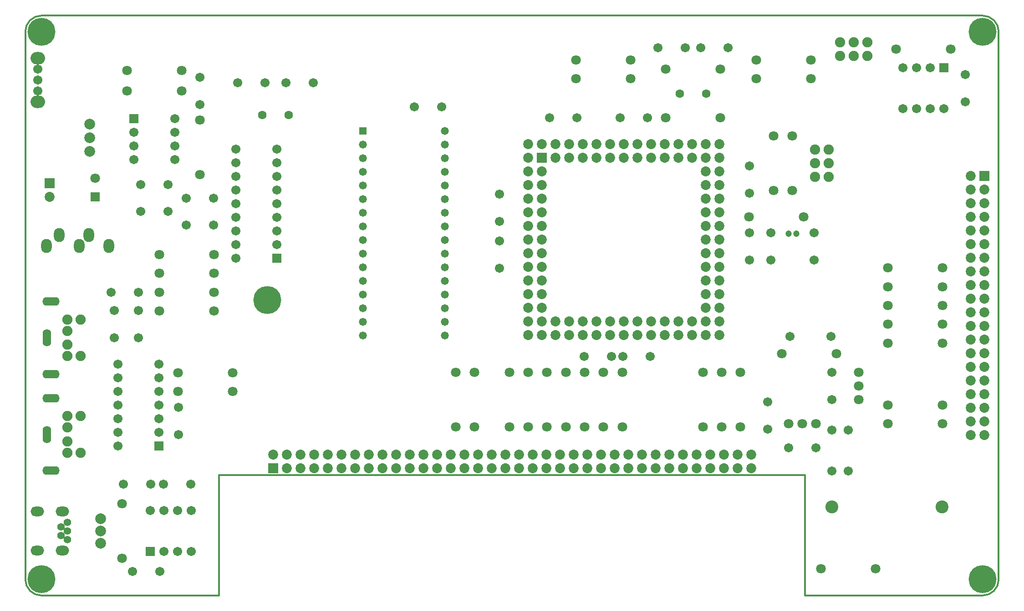
<source format=gbs>
G04 Layer_Color=16711935*
%FSLAX44Y44*%
%MOMM*%
G71*
G01*
G75*
%ADD21C,0.3500*%
%ADD60C,1.8032*%
%ADD61C,5.2032*%
%ADD62C,2.0032*%
%ADD63C,1.7032*%
%ADD64R,1.7032X1.7032*%
%ADD65C,1.7032*%
%ADD66C,2.4032*%
%ADD67C,1.2032*%
%ADD68C,1.9032*%
%ADD69C,1.6032*%
%ADD70R,1.4732X1.4732*%
%ADD71C,1.4732*%
%ADD72O,2.7032X2.3032*%
%ADD73C,1.4032*%
%ADD74O,2.5032X1.8032*%
%ADD75O,1.6032X3.2032*%
%ADD76O,3.2032X1.6032*%
%ADD77R,1.7032X1.7032*%
%ADD78R,1.8542X1.8542*%
%ADD79C,1.8542*%
%ADD80R,1.8542X1.8542*%
%ADD81O,2.0032X2.6032*%
%ADD82R,1.8032X1.8032*%
D21*
X30002Y-0D02*
G03*
X2Y-30000I0J-30000D01*
G01*
X1810000Y-30002D02*
G03*
X1780000Y-2I-30000J0D01*
G01*
X1779998Y-1080001D02*
G03*
X1809998Y-1050001I0J30000D01*
G01*
X0Y-1049999D02*
G03*
X30000Y-1079999I30000J0D01*
G01*
X30001Y0D02*
X1780000D01*
X1810000Y-1050001D02*
Y-30002D01*
X-0Y-1049999D02*
Y-30000D01*
X360000Y-1079999D02*
Y-855400D01*
X1450000D01*
Y-1080000D02*
Y-855400D01*
X30000Y-1079999D02*
X360000D01*
X1450001Y-1080001D02*
X1779998D01*
D60*
X1024200Y-82500D02*
D03*
X1125800D02*
D03*
X1024200Y-117500D02*
D03*
X1125800D02*
D03*
X1460800D02*
D03*
X1359200D02*
D03*
X1460800Y-82500D02*
D03*
X1359200D02*
D03*
X290800Y-102500D02*
D03*
X189200D02*
D03*
X1720800Y-62500D02*
D03*
X1619200D02*
D03*
X1705800Y-610000D02*
D03*
X1604200D02*
D03*
Y-575000D02*
D03*
X1705800D02*
D03*
X1604200Y-540000D02*
D03*
X1705800D02*
D03*
X1604200Y-505000D02*
D03*
X1705800D02*
D03*
X1604200Y-470000D02*
D03*
X1705800D02*
D03*
X1604200Y-725000D02*
D03*
X1705800D02*
D03*
Y-760000D02*
D03*
X1604200D02*
D03*
X1550000Y-664600D02*
D03*
Y-690000D02*
D03*
Y-715400D02*
D03*
X1580800Y-1030000D02*
D03*
X1479200D02*
D03*
X1419600Y-760000D02*
D03*
X1445000D02*
D03*
X1470400D02*
D03*
X1330000Y-664200D02*
D03*
Y-765800D02*
D03*
X1295000D02*
D03*
Y-664200D02*
D03*
X1260000Y-765800D02*
D03*
Y-664200D02*
D03*
X1110000Y-765800D02*
D03*
Y-664200D02*
D03*
X1075000Y-765800D02*
D03*
Y-664200D02*
D03*
X1040000Y-765800D02*
D03*
Y-664200D02*
D03*
X1005000Y-765800D02*
D03*
Y-664200D02*
D03*
X970000D02*
D03*
Y-765800D02*
D03*
X935000Y-664200D02*
D03*
Y-765800D02*
D03*
X900000Y-664200D02*
D03*
Y-765800D02*
D03*
X835000Y-664200D02*
D03*
Y-765800D02*
D03*
X800000Y-664200D02*
D03*
Y-765800D02*
D03*
X1447299Y-375001D02*
D03*
X1345699D02*
D03*
X1426499Y-325801D02*
D03*
Y-224201D02*
D03*
X1391499Y-325801D02*
D03*
Y-224201D02*
D03*
X1292299Y-100001D02*
D03*
X1190699D02*
D03*
X1292299Y-190001D02*
D03*
X1190699D02*
D03*
X249200Y-445000D02*
D03*
X350800D02*
D03*
X249200Y-480000D02*
D03*
X350800D02*
D03*
X249200Y-515000D02*
D03*
X350800D02*
D03*
X249200Y-550000D02*
D03*
X350800D02*
D03*
X284200Y-665000D02*
D03*
X385800D02*
D03*
X284200Y-700000D02*
D03*
X385800D02*
D03*
X180000Y-1010800D02*
D03*
Y-909200D02*
D03*
X325000Y-194200D02*
D03*
Y-295800D02*
D03*
X290800Y-140000D02*
D03*
X189200D02*
D03*
X130000Y-302500D02*
D03*
X1406700Y-630000D02*
D03*
X1508300D02*
D03*
D61*
X450000Y-530000D02*
D03*
X1779999Y-1050001D02*
D03*
Y-30001D02*
D03*
X29999Y-1050001D02*
D03*
Y-30001D02*
D03*
D62*
X120000Y-227500D02*
D03*
Y-252900D02*
D03*
Y-202100D02*
D03*
X140000Y-982800D02*
D03*
Y-960000D02*
D03*
Y-937200D02*
D03*
D63*
X1346499Y-455401D02*
D03*
Y-404601D02*
D03*
X1747500Y-109600D02*
D03*
Y-160400D02*
D03*
X1631900Y-173100D02*
D03*
X1500000Y-715400D02*
D03*
Y-664600D02*
D03*
X1530000Y-771900D02*
D03*
Y-848100D02*
D03*
X1500000Y-771900D02*
D03*
Y-848100D02*
D03*
X1470400Y-805000D02*
D03*
X1419600D02*
D03*
X1380000Y-719600D02*
D03*
Y-770400D02*
D03*
X1466499Y-404601D02*
D03*
Y-455401D02*
D03*
X1386499Y-404601D02*
D03*
Y-455401D02*
D03*
X1346499Y-279601D02*
D03*
Y-330401D02*
D03*
X1090400Y-635000D02*
D03*
X1039600D02*
D03*
X1111099Y-635001D02*
D03*
X1161899D02*
D03*
X881499Y-332101D02*
D03*
Y-382901D02*
D03*
Y-419601D02*
D03*
Y-470401D02*
D03*
X1306899Y-60001D02*
D03*
X1256099D02*
D03*
X1176099D02*
D03*
X1226899D02*
D03*
X1106099Y-190001D02*
D03*
X1156899D02*
D03*
X1025400Y-190000D02*
D03*
X974600D02*
D03*
X774399Y-170001D02*
D03*
X723599D02*
D03*
X23500Y-100000D02*
D03*
Y-120000D02*
D03*
Y-140000D02*
D03*
X285000Y-780400D02*
D03*
Y-729600D02*
D03*
X199600Y-1035000D02*
D03*
X250400D02*
D03*
X308100Y-921900D02*
D03*
X257100Y-872500D02*
D03*
X307900D02*
D03*
X232900Y-872500D02*
D03*
X182100D02*
D03*
X210000Y-549600D02*
D03*
Y-600400D02*
D03*
X165000Y-549600D02*
D03*
Y-600400D02*
D03*
X159600Y-515000D02*
D03*
X210400D02*
D03*
X214600Y-315000D02*
D03*
X265400D02*
D03*
X214600Y-365000D02*
D03*
X265400D02*
D03*
X299600Y-390000D02*
D03*
X350400D02*
D03*
X299600Y-340000D02*
D03*
X350400D02*
D03*
X535400Y-125000D02*
D03*
X484600D02*
D03*
X394600D02*
D03*
X445400D02*
D03*
X325000Y-114600D02*
D03*
Y-165400D02*
D03*
X278100Y-268100D02*
D03*
X1421900Y-597500D02*
D03*
X1498100D02*
D03*
D64*
X1708100Y-96900D02*
D03*
X231900Y-998100D02*
D03*
D65*
X1682700Y-96900D02*
D03*
X1657300D02*
D03*
X1631900D02*
D03*
X1708100Y-173100D02*
D03*
X1682700D02*
D03*
X1657300D02*
D03*
X257300Y-998100D02*
D03*
X282700D02*
D03*
X308100D02*
D03*
X231900Y-921900D02*
D03*
X257300D02*
D03*
X282700D02*
D03*
X248100Y-775800D02*
D03*
Y-750400D02*
D03*
Y-725000D02*
D03*
Y-699600D02*
D03*
Y-674200D02*
D03*
Y-648800D02*
D03*
X171900Y-801200D02*
D03*
Y-775800D02*
D03*
Y-750400D02*
D03*
Y-725000D02*
D03*
Y-699600D02*
D03*
Y-674200D02*
D03*
Y-648800D02*
D03*
X468100Y-426200D02*
D03*
Y-400800D02*
D03*
Y-375400D02*
D03*
Y-350000D02*
D03*
Y-324600D02*
D03*
Y-299200D02*
D03*
Y-273800D02*
D03*
X391900Y-400800D02*
D03*
Y-375400D02*
D03*
Y-350000D02*
D03*
Y-324600D02*
D03*
Y-299200D02*
D03*
Y-273800D02*
D03*
Y-248400D02*
D03*
X468100D02*
D03*
X391900Y-426200D02*
D03*
Y-451600D02*
D03*
X201900Y-217300D02*
D03*
Y-242700D02*
D03*
Y-268100D02*
D03*
X278100Y-191900D02*
D03*
Y-217300D02*
D03*
Y-242700D02*
D03*
D66*
X1705000Y-915311D02*
D03*
X1500000D02*
D03*
D67*
X1419499Y-406501D02*
D03*
X1433499D02*
D03*
D68*
X1468799Y-249601D02*
D03*
Y-300401D02*
D03*
X1494199Y-249601D02*
D03*
Y-300401D02*
D03*
Y-275001D02*
D03*
X1468799D02*
D03*
X78000Y-613000D02*
D03*
Y-587000D02*
D03*
Y-634000D02*
D03*
Y-566000D02*
D03*
X103000Y-634000D02*
D03*
Y-566000D02*
D03*
X78000Y-793000D02*
D03*
Y-767000D02*
D03*
Y-814000D02*
D03*
Y-746000D02*
D03*
X103000Y-814000D02*
D03*
Y-746000D02*
D03*
X1540000Y-75200D02*
D03*
Y-49800D02*
D03*
X1565400D02*
D03*
X1514600D02*
D03*
X1565400Y-75200D02*
D03*
X1514600D02*
D03*
D69*
X1265899Y-145001D02*
D03*
X1217099D02*
D03*
X440600Y-185000D02*
D03*
X489400D02*
D03*
D70*
X627799Y-214501D02*
D03*
D71*
Y-239901D02*
D03*
Y-265301D02*
D03*
Y-290701D02*
D03*
Y-316101D02*
D03*
Y-341501D02*
D03*
Y-366901D02*
D03*
Y-392301D02*
D03*
Y-417701D02*
D03*
Y-443101D02*
D03*
Y-468501D02*
D03*
Y-493901D02*
D03*
Y-519301D02*
D03*
Y-544701D02*
D03*
Y-570101D02*
D03*
Y-595501D02*
D03*
X780199Y-214501D02*
D03*
Y-239901D02*
D03*
Y-265301D02*
D03*
Y-290701D02*
D03*
Y-316101D02*
D03*
Y-341501D02*
D03*
Y-366901D02*
D03*
Y-392301D02*
D03*
Y-417701D02*
D03*
Y-443101D02*
D03*
Y-468501D02*
D03*
Y-493901D02*
D03*
Y-519301D02*
D03*
Y-544701D02*
D03*
Y-570101D02*
D03*
Y-595501D02*
D03*
D72*
X23500Y-161000D02*
D03*
Y-79000D02*
D03*
D73*
X78000Y-976000D02*
D03*
X66000Y-968000D02*
D03*
X78000Y-960000D02*
D03*
X66000Y-952000D02*
D03*
X78000Y-944000D02*
D03*
D74*
X69000Y-996500D02*
D03*
Y-923500D02*
D03*
X22500Y-996500D02*
D03*
X22500Y-923500D02*
D03*
D75*
X40000Y-600000D02*
D03*
Y-780000D02*
D03*
D76*
X48000Y-667500D02*
D03*
Y-532500D02*
D03*
Y-847500D02*
D03*
Y-712500D02*
D03*
D77*
X248100Y-801200D02*
D03*
X468100Y-451600D02*
D03*
X201900Y-191900D02*
D03*
D78*
X45000Y-312300D02*
D03*
X1782999Y-298701D02*
D03*
D79*
X45000Y-337700D02*
D03*
X1349500Y-842700D02*
D03*
Y-817300D02*
D03*
X1247900Y-842700D02*
D03*
Y-817300D02*
D03*
X1273300Y-842700D02*
D03*
Y-817300D02*
D03*
X1298700Y-842700D02*
D03*
Y-817300D02*
D03*
X1324100Y-842700D02*
D03*
Y-817300D02*
D03*
X1222500Y-842700D02*
D03*
Y-817300D02*
D03*
X1095500Y-842700D02*
D03*
Y-817300D02*
D03*
X1120900Y-842700D02*
D03*
Y-817300D02*
D03*
X1146300Y-842700D02*
D03*
Y-817300D02*
D03*
X1171700Y-842700D02*
D03*
Y-817300D02*
D03*
X1197100Y-842700D02*
D03*
Y-817300D02*
D03*
X460500D02*
D03*
X485900Y-842700D02*
D03*
Y-817300D02*
D03*
X511300Y-842700D02*
D03*
Y-817300D02*
D03*
X536700Y-842700D02*
D03*
Y-817300D02*
D03*
X562100Y-842700D02*
D03*
Y-817300D02*
D03*
X587500Y-842700D02*
D03*
Y-817300D02*
D03*
X612900Y-842700D02*
D03*
Y-817300D02*
D03*
X638300Y-842700D02*
D03*
Y-817300D02*
D03*
X663700Y-842700D02*
D03*
Y-817300D02*
D03*
X689100Y-842700D02*
D03*
Y-817300D02*
D03*
X714500Y-842700D02*
D03*
Y-817300D02*
D03*
X739900Y-842700D02*
D03*
Y-817300D02*
D03*
X765300Y-842700D02*
D03*
Y-817300D02*
D03*
X790700Y-842700D02*
D03*
Y-817300D02*
D03*
X816100Y-842700D02*
D03*
Y-817300D02*
D03*
X841500Y-842700D02*
D03*
Y-817300D02*
D03*
X866900Y-842700D02*
D03*
Y-817300D02*
D03*
X892300Y-842700D02*
D03*
Y-817300D02*
D03*
X917700Y-842700D02*
D03*
Y-817300D02*
D03*
X943100Y-842700D02*
D03*
Y-817300D02*
D03*
X968500Y-842700D02*
D03*
Y-817300D02*
D03*
X993900Y-842700D02*
D03*
Y-817300D02*
D03*
X1019300Y-842700D02*
D03*
Y-817300D02*
D03*
X1044700Y-842700D02*
D03*
Y-817300D02*
D03*
X1070100Y-842700D02*
D03*
Y-817300D02*
D03*
X1290300Y-595300D02*
D03*
Y-569900D02*
D03*
Y-544500D02*
D03*
Y-519100D02*
D03*
Y-493700D02*
D03*
Y-468300D02*
D03*
Y-442900D02*
D03*
Y-417500D02*
D03*
Y-392100D02*
D03*
Y-366700D02*
D03*
Y-341300D02*
D03*
Y-315900D02*
D03*
Y-290500D02*
D03*
Y-265100D02*
D03*
Y-239700D02*
D03*
X1264900Y-595300D02*
D03*
Y-544500D02*
D03*
Y-519100D02*
D03*
Y-493700D02*
D03*
Y-468300D02*
D03*
Y-442900D02*
D03*
Y-417500D02*
D03*
Y-392100D02*
D03*
Y-366700D02*
D03*
Y-341300D02*
D03*
Y-315900D02*
D03*
Y-290500D02*
D03*
Y-239700D02*
D03*
X1239500Y-595300D02*
D03*
Y-569900D02*
D03*
Y-265100D02*
D03*
Y-239700D02*
D03*
X1214100Y-595300D02*
D03*
Y-569900D02*
D03*
Y-265100D02*
D03*
Y-239700D02*
D03*
X1188700Y-595300D02*
D03*
Y-569900D02*
D03*
Y-265100D02*
D03*
Y-239700D02*
D03*
X1163300Y-595300D02*
D03*
Y-569900D02*
D03*
Y-265100D02*
D03*
Y-239700D02*
D03*
X1137900Y-595300D02*
D03*
Y-569900D02*
D03*
Y-265100D02*
D03*
Y-239700D02*
D03*
X1112500Y-595300D02*
D03*
Y-569900D02*
D03*
Y-265100D02*
D03*
Y-239700D02*
D03*
X1087100Y-595300D02*
D03*
Y-569900D02*
D03*
Y-265100D02*
D03*
Y-239700D02*
D03*
X1061700Y-595300D02*
D03*
Y-569900D02*
D03*
Y-265100D02*
D03*
Y-239700D02*
D03*
X1036300Y-595300D02*
D03*
Y-569900D02*
D03*
Y-265100D02*
D03*
Y-239700D02*
D03*
X1010900Y-595300D02*
D03*
Y-569900D02*
D03*
Y-265100D02*
D03*
Y-239700D02*
D03*
X985500Y-595300D02*
D03*
Y-569900D02*
D03*
Y-265100D02*
D03*
Y-239700D02*
D03*
X960100Y-595300D02*
D03*
Y-544500D02*
D03*
Y-519100D02*
D03*
Y-493700D02*
D03*
Y-468300D02*
D03*
Y-442900D02*
D03*
Y-417500D02*
D03*
Y-392100D02*
D03*
Y-366700D02*
D03*
Y-341300D02*
D03*
Y-315900D02*
D03*
Y-290500D02*
D03*
Y-239700D02*
D03*
X934700Y-595300D02*
D03*
Y-569900D02*
D03*
Y-544500D02*
D03*
Y-519100D02*
D03*
Y-493700D02*
D03*
Y-468300D02*
D03*
Y-442900D02*
D03*
Y-417500D02*
D03*
Y-392100D02*
D03*
Y-366700D02*
D03*
Y-341300D02*
D03*
Y-315900D02*
D03*
Y-290500D02*
D03*
Y-265100D02*
D03*
Y-239700D02*
D03*
X960100Y-569900D02*
D03*
X1264900D02*
D03*
Y-265100D02*
D03*
X1757599Y-298701D02*
D03*
X1782999Y-324101D02*
D03*
X1757599D02*
D03*
X1782999Y-349501D02*
D03*
X1757599D02*
D03*
X1782999Y-374901D02*
D03*
X1757599Y-374901D02*
D03*
X1782999Y-400301D02*
D03*
X1757599D02*
D03*
X1782999Y-425701D02*
D03*
X1757599D02*
D03*
X1782999Y-451101D02*
D03*
X1757599D02*
D03*
X1782999Y-476501D02*
D03*
X1757599D02*
D03*
X1782999Y-501901D02*
D03*
X1757599Y-501901D02*
D03*
X1782999Y-527301D02*
D03*
X1757599D02*
D03*
X1782999Y-552701D02*
D03*
X1757599D02*
D03*
X1782999Y-578101D02*
D03*
X1757599D02*
D03*
X1782999Y-603501D02*
D03*
X1757599Y-603501D02*
D03*
X1782999Y-628901D02*
D03*
X1757599Y-628901D02*
D03*
X1782999Y-654301D02*
D03*
X1757599D02*
D03*
X1782999Y-679701D02*
D03*
X1757599D02*
D03*
X1782999Y-705101D02*
D03*
X1757599D02*
D03*
X1782999Y-730501D02*
D03*
X1757599D02*
D03*
X1782999Y-755901D02*
D03*
X1757599D02*
D03*
X1782999Y-781301D02*
D03*
X1757599D02*
D03*
D80*
X460500Y-842700D02*
D03*
X960100Y-265100D02*
D03*
D81*
X39000Y-429000D02*
D03*
X63000Y-409000D02*
D03*
X100000Y-429000D02*
D03*
X118000Y-409000D02*
D03*
X155000Y-429000D02*
D03*
D82*
X130000Y-337500D02*
D03*
M02*

</source>
